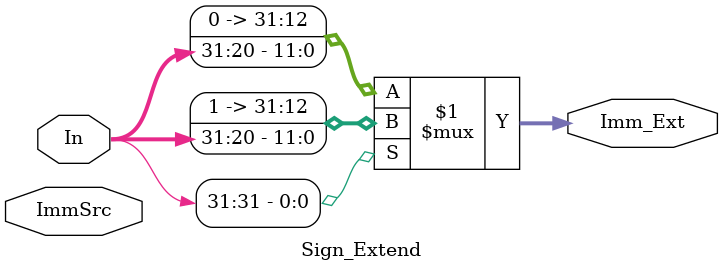
<source format=v>

module Sign_Extend (In,Imm_Ext,ImmSrc);

    input [31:0]In;
    input ImmSrc;
    output [31:0]Imm_Ext;

    assign Imm_Ext = (In[31]) ? {{20{1'b1}},In[31:20]} :
                                {{20{1'b0}},In[31:20]};    
                                
endmodule
</source>
